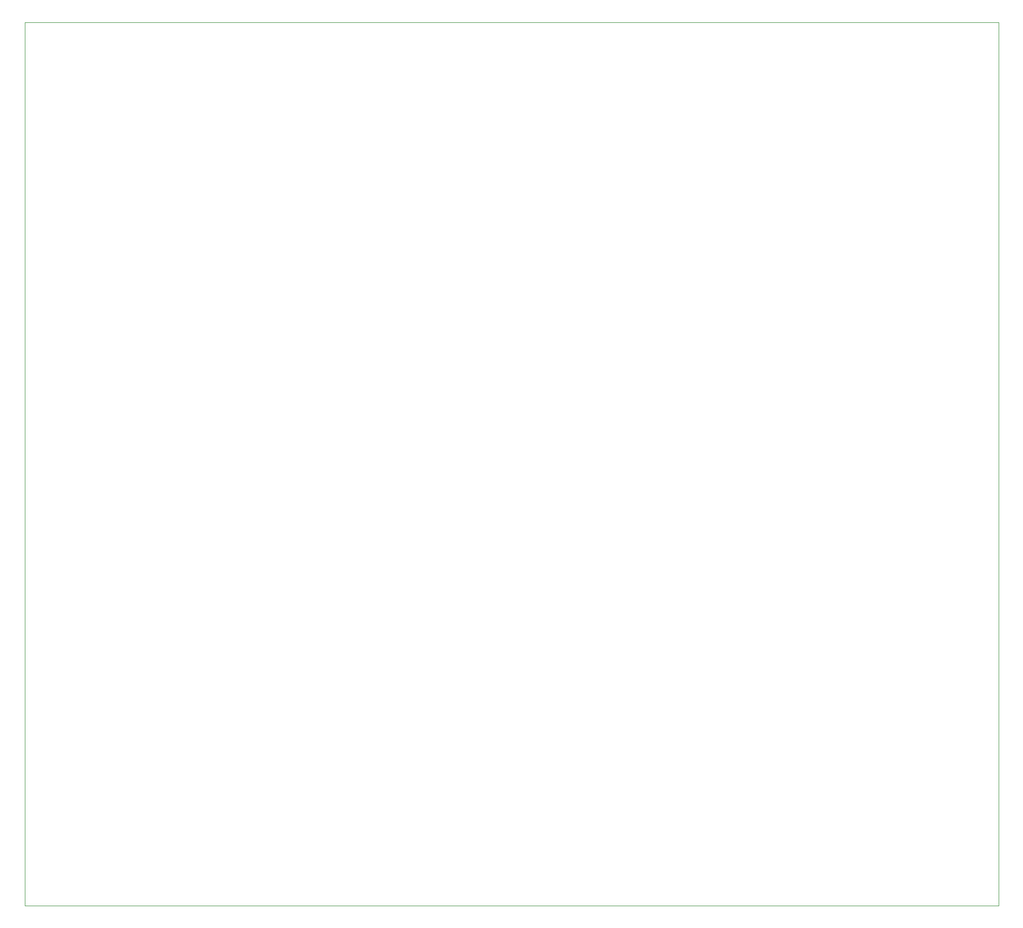
<source format=gbr>
%TF.GenerationSoftware,KiCad,Pcbnew,(6.99.0-1031-g46d719ed42)*%
%TF.CreationDate,2022-10-20T15:30:39+01:00*%
%TF.ProjectId,EnAcess PCB,456e4163-6573-4732-9050-43422e6b6963,rev?*%
%TF.SameCoordinates,Original*%
%TF.FileFunction,Profile,NP*%
%FSLAX46Y46*%
G04 Gerber Fmt 4.6, Leading zero omitted, Abs format (unit mm)*
G04 Created by KiCad (PCBNEW (6.99.0-1031-g46d719ed42)) date 2022-10-20 15:30:39*
%MOMM*%
%LPD*%
G01*
G04 APERTURE LIST*
%TA.AperFunction,Profile*%
%ADD10C,0.100000*%
%TD*%
G04 APERTURE END LIST*
D10*
X12700000Y-12954000D02*
X175260000Y-12954000D01*
X175260000Y-12954000D02*
X175260000Y-160274000D01*
X175260000Y-160274000D02*
X12700000Y-160274000D01*
X12700000Y-160274000D02*
X12700000Y-12954000D01*
M02*

</source>
